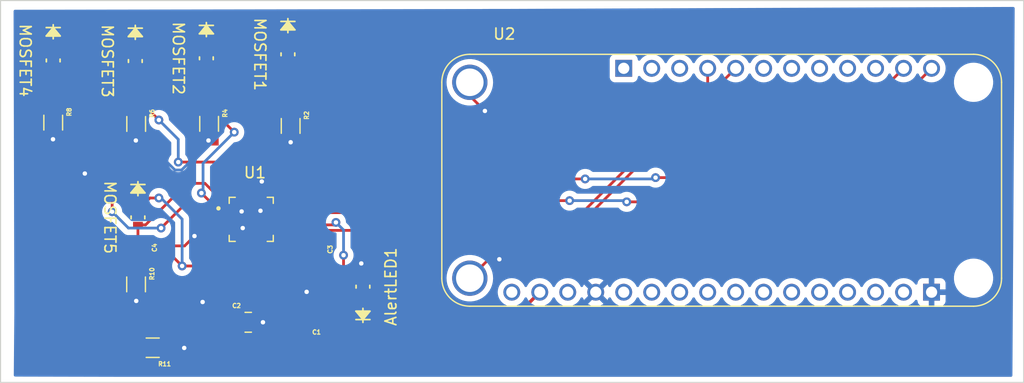
<source format=kicad_pcb>
(kicad_pcb (version 20211014) (generator pcbnew)
  (layers (0 "F.Cu" signal) (31 "B.Cu" signal) (34 "B.Paste" user) (35 "F.Paste" user) (36 "B.SilkS" user "B.Silkscreen") (37 "F.SilkS" user "F.Silkscreen") (38 "B.Mask" user) (39 "F.Mask" user) (44 "Edge.Cuts" user))
  (net 0 "")
  (net 1 "Net-(AlertLED1-Pad1)")
  (net 2 "/LEDOUT")
  (net 3 "/V_ref")
  (net 4 "/Vin1")
  (net 5 "/Vin4")
  (net 6 "/Vin2")
  (net 7 "/Vin5")
  (net 8 "/Vin3")
  (net 9 "Net-(C1-Pad1)")
  (net 10 "GNDS")
  (net 11 "+3V3")
  (net 12 "GNDREF")
  (net 13 "/AS0")
  (net 15 "/AS1")
  (net 16 "/SDA_chip")
  (net 17 "/SCL_chip")
  (footprint "sunsensor:RESC3116X65N" (layer "F.Cu") (at 126.29 93.47 -90)
    (fp_text reference "R2" (at -0.96 -1.45 90) (layer "F.SilkS") (effects (font (size 0.393701 0.393701))))
    (fp_text value "50k_Ohms")
    (fp_line (start -0.67 0.85) (end 0.67 0.85) (layer "F.SilkS") (width 0.127))
    (fp_line (start -0.67 -0.85) (end 0.67 -0.85) (layer "F.SilkS") (width 0.127))
    (pad "1" smd rect locked (at -1.48 0 270) (size 0.97 1.73) (layers "F.Cu" "F.Paste" "F.Mask") (net 4 "/Vin1"))
    (pad "2" smd rect locked (at 1.48 0 270) (size 0.97 1.73) (layers "F.Cu" "F.Paste" "F.Mask") (net 12 "GNDREF"))
  )
  (footprint "sunsensor:CAPC1005X55N" (layer "F.Cu") (at 129 104.373 -90)
    (fp_text reference "C3" (at 0.3 -0.88 90) (layer "F.SilkS") (effects (font (size 0.393701 0.393701))))
    (fp_text value "100 nF")
    (pad "1" smd rect locked (at -0.437 0 270) (size 0.53 0.6) (layers "F.Cu" "F.Paste" "F.Mask") (net 11 "+3V3"))
    (pad "2" smd rect locked (at 0.437 0 270) (size 0.53 0.6) (layers "F.Cu" "F.Paste" "F.Mask") (net 12 "GNDREF"))
  )
  (footprint "sunsensor:LED_77&slash_TR8_EVE" (layer "F.Cu") (at 132.85 108.06 90)
    (fp_text reference "AlertLED1" (at 0 2.54 90 unlocked) (layer "F.SilkS"))
    (fp_text value " ")
    (fp_line (start -2.9845 -0.635) (end -2.9845 0.635) (layer "F.SilkS") (width 0.1524))
    (fp_line (start -2.9845 0) (end -2.2225 0.508) (layer "F.SilkS") (width 0.1524))
    (fp_line (start -2.9845 0) (end -2.2225 -0.508) (layer "F.SilkS") (width 0.1524))
    (fp_line (start -2.9845 0) (end -2.2225 0.381) (layer "F.SilkS") (width 0.1524))
    (fp_line (start -2.9845 0) (end -2.2225 0.635) (layer "F.SilkS") (width 0.1524))
    (fp_line (start -1.9685 0) (end -3.2385 0) (layer "F.SilkS") (width 0.1524))
    (fp_line (start -2.9845 0) (end -2.2225 -0.381) (layer "F.SilkS") (width 0.1524))
    (fp_line (start -2.9845 0) (end -2.2225 -0.127) (layer "F.SilkS") (width 0.1524))
    (fp_line (start -2.9845 0) (end -2.2225 -0.254) (layer "F.SilkS") (width 0.1524))
    (fp_line (start -2.9845 0) (end -2.2225 -0.635) (layer "F.SilkS") (width 0.1524))
    (fp_line (start 0.118747 -0.6223) (end -0.118747 -0.6223) (layer "F.SilkS") (width 0.1524))
    (fp_line (start -0.118747 0.6223) (end 0.118747 0.6223) (layer "F.SilkS") (width 0.1524))
    (fp_line (start -2.9845 0) (end -2.2225 0.127) (layer "F.SilkS") (width 0.1524))
    (fp_line (start -2.2225 -0.635) (end -2.2225 0.635) (layer "F.SilkS") (width 0.1524))
    (fp_line (start -2.9845 0) (end -2.2225 0.254) (layer "F.SilkS") (width 0.1524))
    (pad "1" smd rect (at -0.67625 0 90) (size 0.5525 0.889) (layers "F.Cu" "F.Paste" "F.Mask") (net 1 "Net-(AlertLED1-Pad1)"))
    (pad "2" smd rect (at 0.676242 0.000001 90) (size 0.5525 0.889) (layers "F.Cu" "F.Paste" "F.Mask") (net 2 "/LEDOUT"))
  )
  (footprint "sunsensor:RESC3116X65N" (layer "F.Cu") (at 112.26 107.85 -90)
    (fp_text reference "R10" (at -0.96 -1.45 90) (layer "F.SilkS") (effects (font (size 0.393701 0.393701))))
    (fp_text value "50k_Ohms")
    (fp_line (start -0.67 -0.85) (end 0.67 -0.85) (layer "F.SilkS") (width 0.127))
    (fp_line (start -0.67 0.85) (end 0.67 0.85) (layer "F.SilkS") (width 0.127))
    (pad "1" smd rect locked (at -1.48 0 270) (size 0.97 1.73) (layers "F.Cu" "F.Paste" "F.Mask") (net 8 "/Vin3"))
    (pad "2" smd rect locked (at 1.48 0 270) (size 0.97 1.73) (layers "F.Cu" "F.Paste" "F.Mask") (net 12 "GNDREF"))
  )
  (footprint "sunsensor:LED_77&slash_TR8_EVE" (layer "F.Cu") (at 112.43 101.77 -90)
    (fp_text reference "MOSFET5" (at 0 2.54 -90 unlocked) (layer "F.SilkS"))
    (fp_text value "ALS-PT19")
    (fp_line (start -2.9845 0) (end -2.2225 0.254) (layer "F.SilkS") (width 0.1524))
    (fp_line (start -2.9845 0) (end -2.2225 -0.635) (layer "F.SilkS") (width 0.1524))
    (fp_line (start -2.9845 0) (end -2.2225 0.635) (layer "F.SilkS") (width 0.1524))
    (fp_line (start -0.118747 0.6223) (end 0.118747 0.6223) (layer "F.SilkS") (width 0.1524))
    (fp_line (start -2.9845 0) (end -2.2225 -0.127) (layer "F.SilkS") (width 0.1524))
    (fp_line (start -2.9845 0) (end -2.2225 -0.381) (layer "F.SilkS") (width 0.1524))
    (fp_line (start -2.9845 0) (end -2.2225 -0.254) (layer "F.SilkS") (width 0.1524))
    (fp_line (start -2.9845 0) (end -2.2225 -0.508) (layer "F.SilkS") (width 0.1524))
    (fp_line (start -1.9685 0) (end -3.2385 0) (layer "F.SilkS") (width 0.1524))
    (fp_line (start -2.9845 0) (end -2.2225 0.127) (layer "F.SilkS") (width 0.1524))
    (fp_line (start -2.9845 -0.635) (end -2.9845 0.635) (layer "F.SilkS") (width 0.1524))
    (fp_line (start 0.118747 -0.6223) (end -0.118747 -0.6223) (layer "F.SilkS") (width 0.1524))
    (fp_line (start -2.9845 0) (end -2.2225 0.381) (layer "F.SilkS") (width 0.1524))
    (fp_line (start -2.2225 -0.635) (end -2.2225 0.635) (layer "F.SilkS") (width 0.1524))
    (fp_line (start -2.9845 0) (end -2.2225 0.508) (layer "F.SilkS") (width 0.1524))
    (pad "1" smd rect (at -0.67625 0 270) (size 0.5525 0.889) (layers "F.Cu" "F.Paste" "F.Mask") (net 3 "/V_ref"))
    (pad "2" smd rect (at 0.67625 0 270) (size 0.5525 0.889) (layers "F.Cu" "F.Paste" "F.Mask") (net 8 "/Vin3"))
  )
  (footprint "sunsensor:LED_77&slash_TR8_EVE" (layer "F.Cu") (at 126.04 86.97 -90)
    (fp_text reference "MOSFET1" (at 0 2.54 -90 unlocked) (layer "F.SilkS"))
    (fp_text value "ALS-PT19")
    (fp_line (start -2.9845 0) (end -2.2225 -0.381) (layer "F.SilkS") (width 0.1524))
    (fp_line (start -0.118747 0.6223) (end 0.118747 0.6223) (layer "F.SilkS") (width 0.1524))
    (fp_line (start -2.9845 0) (end -2.2225 0.508) (layer "F.SilkS") (width 0.1524))
    (fp_line (start -2.9845 0) (end -2.2225 0.254) (layer "F.SilkS") (width 0.1524))
    (fp_line (start -2.9845 0) (end -2.2225 -0.508) (layer "F.SilkS") (width 0.1524))
    (fp_line (start -2.9845 0) (end -2.2225 0.127) (layer "F.SilkS") (width 0.1524))
    (fp_line (start -2.9845 0) (end -2.2225 -0.127) (layer "F.SilkS") (width 0.1524))
    (fp_line (start -2.9845 -0.635) (end -2.9845 0.635) (layer "F.SilkS") (width 0.1524))
    (fp_line (start -1.9685 0) (end -3.2385 0) (layer "F.SilkS") (width 0.1524))
    (fp_line (start -2.9845 0) (end -2.2225 0.381) (layer "F.SilkS") (width 0.1524))
    (fp_line (start -2.9845 0) (end -2.2225 0.635) (layer "F.SilkS") (width 0.1524))
    (fp_line (start -2.2225 -0.635) (end -2.2225 0.635) (layer "F.SilkS") (width 0.1524))
    (fp_line (start -2.9845 0) (end -2.2225 -0.254) (layer "F.SilkS") (width 0.1524))
    (fp_line (start 0.118747 -0.6223) (end -0.118747 -0.6223) (layer "F.SilkS") (width 0.1524))
    (fp_line (start -2.9845 0) (end -2.2225 -0.635) (layer "F.SilkS") (width 0.1524))
    (pad "1" smd rect (at -0.67625 0 270) (size 0.5525 0.889) (layers "F.Cu" "F.Paste" "F.Mask") (net 3 "/V_ref"))
    (pad "2" smd rect (at 0.67625 0 270) (size 0.5525 0.889) (layers "F.Cu" "F.Paste" "F.Mask") (net 4 "/Vin1"))
  )
  (footprint "sunsensor:CAPC3216X190N" (layer "F.Cu") (at 122.439989 111.289998)
    (fp_text reference "C2" (at -1.06 -1.5) (layer "F.SilkS") (effects (font (size 0.393701 0.393701))))
    (fp_text value "100 µF")
    (fp_line (start -0.29 -0.9) (end 0.29 -0.9) (layer "F.SilkS") (width 0.127))
    (fp_line (start -0.29 0.9) (end 0.29 0.9) (layer "F.SilkS") (width 0.127))
    (pad "1" smd rect locked (at -1.336 0) (size 1.44 1.82) (layers "F.Cu" "F.Paste" "F.Mask") (net 11 "+3V3"))
    (pad "2" smd rect locked (at 1.336 0) (size 1.44 1.82) (layers "F.Cu" "F.Paste" "F.Mask") (net 12 "GNDREF"))
  )
  (footprint "sunsensor:RESC3216X75N" (layer "F.Cu") (at 113.77 113.6 180)
    (fp_text reference "R11" (at -1.08 -1.48) (layer "F.SilkS") (effects (font (size 0.393701 0.393701))))
    (fp_text value "1k_ohms")
    (fp_line (start -0.59 0.88) (end 0.59 0.88) (layer "F.SilkS") (width 0.127))
    (fp_line (start -0.59 -0.88) (end 0.59 -0.88) (layer "F.SilkS") (width 0.127))
    (pad "1" smd rect locked (at -1.494 0 180) (size 1.17 1.77) (layers "F.Cu" "F.Paste" "F.Mask") (net 2 "/LEDOUT"))
    (pad "2" smd rect locked (at 1.494 0 180) (size 1.17 1.77) (layers "F.Cu" "F.Paste" "F.Mask") (net 12 "GNDREF"))
  )
  (footprint "sunsensor:RESC3116X65N" (layer "F.Cu") (at 112.27 93.29 -90)
    (fp_text reference "R6" (at -0.96 -1.45 90) (layer "F.SilkS") (effects (font (size 0.393701 0.393701))))
    (fp_text value "50k_Ohms")
    (fp_line (start -0.67 -0.85) (end 0.67 -0.85) (layer "F.SilkS") (width 0.127))
    (fp_line (start -0.67 0.85) (end 0.67 0.85) (layer "F.SilkS") (width 0.127))
    (pad "1" smd rect locked (at -1.48 0 270) (size 0.97 1.73) (layers "F.Cu" "F.Paste" "F.Mask") (net 6 "/Vin2"))
    (pad "2" smd rect locked (at 1.48 0 270) (size 0.97 1.73) (layers "F.Cu" "F.Paste" "F.Mask") (net 12 "GNDREF"))
  )
  (footprint "sunsensor:QFN50P400X400X100-21N" (layer "F.Cu") (at 122.7125 101.95)
    (fp_text reference "U1" (at 0.335 -4.24) (layer "F.SilkS"))
    (fp_text value "AD7291BCPZ")
    (fp_line (start 2 -2) (end 1.45 -2) (layer "F.SilkS") (width 0.127))
    (fp_line (start -2 -2) (end -2 -1.45) (layer "F.SilkS") (width 0.127))
    (fp_line (start -2 -2) (end -1.45 -2) (layer "F.SilkS") (width 0.127))
    (fp_line (start 2 -2) (end 2 -1.45) (layer "F.SilkS") (width 0.127))
    (fp_line (start 2 2) (end 1.45 2) (layer "F.SilkS") (width 0.127))
    (fp_line (start -2 2) (end -1.45 2) (layer "F.SilkS") (width 0.127))
    (fp_line (start -2 2) (end -2 1.45) (layer "F.SilkS") (width 0.127))
    (fp_line (start 2 2) (end 2 1.45) (layer "F.SilkS") (width 0.127))
    (fp_circle (center -2.975 -1) (end -2.875 -1) (layer "F.SilkS") (width 0.2) (fill none))
    (pad "1" smd roundrect locked (at -1.935 -1) (size 0.84 0.26) (layers "F.Cu" "F.Paste" "F.Mask") (roundrect_rratio 0.03) (net 8 "/Vin3"))
    (pad "2" smd roundrect locked (at -1.935 -0.5) (size 0.84 0.26) (layers "F.Cu" "F.Paste" "F.Mask") (roundrect_rratio 0.03) (net 5 "/Vin4"))
    (pad "3" smd roundrect locked (at -1.935 0) (size 0.84 0.26) (layers "F.Cu" "F.Paste" "F.Mask") (roundrect_rratio 0.03) (net 7 "/Vin5"))
    (pad "4" smd roundrect locked (at -1.935 0.5) (size 0.84 0.26) (layers "F.Cu" "F.Paste" "F.Mask") (roundrect_rratio 0.03) (net 10 "GNDS"))
    (pad "5" smd roundrect locked (at -1.935 1) (size 0.84 0.26) (layers "F.Cu" "F.Paste" "F.Mask") (roundrect_rratio 0.03) (net 10 "GNDS"))
    (pad "6" smd roundrect locked (at -1 1.935 90) (size 0.84 0.26) (layers "F.Cu" "F.Paste" "F.Mask") (roundrect_rratio 0.03) (net 10 "GNDS"))
    (pad "7" smd roundrect locked (at -0.5 1.935 90) (size 0.84 0.26) (layers "F.Cu" "F.Paste" "F.Mask") (roundrect_rratio 0.03) (net 3 "/V_ref"))
    (pad "8" smd roundrect locked (at 0 1.935 90) (size 0.84 0.26) (layers "F.Cu" "F.Paste" "F.Mask") (roundrect_rratio 0.03) (net 9 "Net-(C1-Pad1)"))
    (pad "9" smd roundrect locked (at 0.5 1.935 90) (size 0.84 0.26) (layers "F.Cu" "F.Paste" "F.Mask") (roundrect_rratio 0.03) (net 12 "GNDREF"))
    (pad "10" smd roundrect locked (at 1 1.935 90) (size 0.84 0.26) (layers "F.Cu" "F.Paste" "F.Mask") (roundrect_rratio 0.03) (net 11 "+3V3"))
    (pad "11" smd roundrect locked (at 1.935 1) (size 0.84 0.26) (layers "F.Cu" "F.Paste" "F.Mask") (roundrect_rratio 0.03) (net 13 "/AS0"))
    (pad "12" smd roundrect locked (at 1.935 0.5) (size 0.84 0.26) (layers "F.Cu" "F.Paste" "F.Mask") (roundrect_rratio 0.03) (net 1 "Net-(AlertLED1-Pad1)"))
    (pad "13" smd roundrect locked (at 1.935 0) (size 0.84 0.26) (layers "F.Cu" "F.Paste" "F.Mask") (roundrect_rratio 0.03) (net 15 "/AS1"))
    (pad "14" smd roundrect locked (at 1.935 -0.5) (size 0.84 0.26) (layers "F.Cu" "F.Paste" "F.Mask") (roundrect_rratio 0.03) (net 16 "/SDA_chip"))
    (pad "15" smd roundrect locked (at 1.935 -1) (size 0.84 0.26) (layers "F.Cu" "F.Paste" "F.Mask") (roundrect_rratio 0.03) (net 17 "/SCL_chip"))
    (pad "16" smd roundrect locked (at 1 -1.935 90) (size 0.84 0.26) (layers "F.Cu" "F.Paste" "F.Mask") (roundrect_rratio 0.03) (net 11 "+3V3"))
    (pad "17" smd roundrect locked (at 0.5 -1.935 90) (size 0.84 0.26) (layers "F.Cu" "F.Paste" "F.Mask") (roundrect_rratio 0.03))
    (pad "18" smd roundrect locked (at 0 -1.935 90) (size 0.84 0.26) (layers "F.Cu" "F.Paste" "F.Mask") (roundrect_rratio 0.03) (net 10 "GNDS"))
    (pad "19" smd roundrect locked (at -0.5 -1.935 90) (size 0.84 0.26) (layers "F.Cu" "F.Paste" "F.Mask") (roundrect_rratio 0.03) (net 4 "/Vin1"))
    (pad "20" smd roundrect locked (at -1 -1.935 90) (size 0.84 0.26) (layers "F.Cu" "F.Paste" "F.Mask") (roundrect_rratio 0.03) (net 6 "/Vin2"))
    (pad "21" smd rect locked (at 0 0) (size 2.7 2.7) (layers "F.Cu" "F.Mask"))
  )
  (footprint "sunsensor:LED_77&slash_TR8_EVE" (layer "F.Cu") (at 112.19 87.58 -90)
    (fp_text reference "MOSFET3" (at 0 2.54 -90 unlocked) (layer "F.SilkS"))
    (fp_text value "ALS-PT19")
    (fp_line (start -2.9845 0) (end -2.2225 -0.127) (layer "F.SilkS") (width 0.1524))
    (fp_line (start -2.9845 0) (end -2.2225 0.508) (layer "F.SilkS") (width 0.1524))
    (fp_line (start -2.9845 0) (end -2.2225 0.635) (layer "F.SilkS") (width 0.1524))
    (fp_line (start -2.9845 0) (end -2.2225 0.254) (layer "F.SilkS") (width 0.1524))
    (fp_line (start -2.2225 -0.635) (end -2.2225 0.635) (layer "F.SilkS") (width 0.1524))
    (fp_line (start -0.118747 0.6223) (end 0.118747 0.6223) (layer "F.SilkS") (width 0.1524))
    (fp_line (start -2.9845 -0.635) (end -2.9845 0.635) (layer "F.SilkS") (width 0.1524))
    (fp_line (start -2.9845 0) (end -2.2225 -0.635) (layer "F.SilkS") (width 0.1524))
    (fp_line (start -1.9685 0) (end -3.2385 0) (layer "F.SilkS") (width 0.1524))
    (fp_line (start 0.118747 -0.6223) (end -0.118747 -0.6223) (layer "F.SilkS") (width 0.1524))
    (fp_line (start -2.9845 0) (end -2.2225 -0.508) (layer "F.SilkS") (width 0.1524))
    (fp_line (start -2.9845 0) (end -2.2225 -0.254) (layer "F.SilkS") (width 0.1524))
    (fp_line (start -2.9845 0) (end -2.2225 0.381) (layer "F.SilkS") (width 0.1524))
    (fp_line (start -2.9845 0) (end -2.2225 -0.381) (layer "F.SilkS") (width 0.1524))
    (fp_line (start -2.9845 0) (end -2.2225 0.127) (layer "F.SilkS") (width 0.1524))
    (pad "1" smd rect (at -0.67625 0 270) (size 0.5525 0.889) (layers "F.Cu" "F.Paste" "F.Mask") (net 3 "/V_ref"))
    (pad "2" smd rect (at 0.67625 0 270) (size 0.5525 0.889) (layers "F.Cu" "F.Paste" "F.Mask") (net 6 "/Vin2"))
  )
  (footprint "sunsensor:LED_77&slash_TR8_EVE" (layer "F.Cu") (at 104.74 87.52625 -90)
    (fp_text reference "MOSFET4" (at 0 2.54 -90 unlocked) (layer "F.SilkS"))
    (fp_text value "ALS-PT19")
    (fp_line (start -2.9845 0) (end -2.2225 -0.127) (layer "F.SilkS") (width 0.1524))
    (fp_line (start -2.9845 0) (end -2.2225 -0.254) (layer "F.SilkS") (width 0.1524))
    (fp_line (start -2.9845 0) (end -2.2225 -0.508) (layer "F.SilkS") (width 0.1524))
    (fp_line (start 0.118747 -0.6223) (end -0.118747 -0.6223) (layer "F.SilkS") (width 0.1524))
    (fp_line (start -2.9845 0) (end -2.2225 0.381) (layer "F.SilkS") (width 0.1524))
    (fp_line (start -2.9845 0) (end -2.2225 -0.635) (layer "F.SilkS") (width 0.1524))
    (fp_line (start -2.9845 0) (end -2.2225 0.635) (layer "F.SilkS") (width 0.1524))
    (fp_line (start -2.9845 0) (end -2.2225 0.254) (layer "F.SilkS") (width 0.1524))
    (fp_line (start -2.2225 -0.635) (end -2.2225 0.635) (layer "F.SilkS") (width 0.1524))
    (fp_line (start -2.9845 0) (end -2.2225 0.508) (layer "F.SilkS") (width 0.1524))
    (fp_line (start -2.9845 -0.635) (end -2.9845 0.635) (layer "F.SilkS") (width 0.1524))
    (fp_line (start -2.9845 0) (end -2.2225 -0.381) (layer "F.SilkS") (width 0.1524))
    (fp_line (start -2.9845 0) (end -2.2225 0.127) (layer "F.SilkS") (width 0.1524))
    (fp_line (start -1.9685 0) (end -3.2385 0) (layer "F.SilkS") (width 0.1524))
    (fp_line (start -0.118747 0.6223) (end 0.118747 0.6223) (layer "F.SilkS") (width 0.1524))
    (pad "1" smd rect (at -0.67625 0 270) (size 0.5525 0.889) (layers "F.Cu" "F.Paste" "F.Mask") (net 3 "/V_ref"))
    (pad "2" smd rect (at 0.67625 0 270) (size 0.5525 0.889) (layers "F.Cu" "F.Paste" "F.Mask") (net 7 "/Vin5"))
  )
  (footprint "sunsensor:CAPC1005X60N" (layer "F.Cu") (at 128.93 111.29 180)
    (fp_text reference "C1" (at 0.29 -0.9 180) (layer "F.SilkS") (effects (font (size 0.393701 0.393701))))
    (fp_text value "1 µF")
    (pad "1" smd rect locked (at -0.435 0 180) (size 0.56 0.63) (layers "F.Cu" "F.Paste" "F.Mask") (net 9 "Net-(C1-Pad1)"))
    (pad "2" smd rect locked (at 0.435 0 180) (size 0.56 0.63) (layers "F.Cu" "F.Paste" "F.Mask") (net 12 "GNDREF"))
  )
  (footprint "sunsensor:MODULE_FEATHER_M0_BASIC_PROTO" (layer "F.Cu") (at 165.41 98.4)
    (fp_text reference "U2" (at -19.725 -13.275) (layer "F.SilkS"))
    (fp_text value "FEATHER_M0_BASIC_PROTO")
    (fp_line (start -25.4 8.89) (end -25.4 -8.89) (layer "F.SilkS") (width 0.127))
    (fp_line (start 22.86 11.43) (end -22.86 11.43) (layer "F.SilkS") (width 0.127))
    (fp_line (start -22.86 -11.43) (end 22.86 -11.43) (layer "F.SilkS") (width 0.127))
    (fp_line (start 25.4 -8.89) (end 25.4 8.89) (layer "F.SilkS") (width 0.127))
    (fp_arc (start -22.86 11.43) (mid -24.656051 10.686051) (end -25.4 8.89) (layer "F.SilkS") (width 0.127))
    (fp_arc (start -25.4 -8.89) (mid -24.656051 -10.686051) (end -22.86 -11.43) (layer "F.SilkS") (width 0.127))
    (fp_arc (start 25.4 8.89) (mid 24.656051 10.686051) (end 22.86 11.43) (layer "F.SilkS") (width 0.127))
    (fp_arc (start 22.86 -11.43) (mid 24.656051 -10.686051) (end 25.4 -8.89) (layer "F.SilkS") (width 0.127))
    (pad "" np_thru_hole circle locked (at 22.86 -8.89) (size 2.54 2.54) (drill 2.54) (layers *.Cu *.Mask))
    (pad "" np_thru_hole circle locked (at 22.86 8.89) (size 2.54 2.54) (drill 2.54) (layers *.Cu *.Mask))
    (pad "P$1" thru_hole circle locked (at -22.86 -8.89) (size 3.2 3.2) (drill 2.5) (layers *.Cu *.Mask))
    (pad "P$2" thru_hole circle locked (at -22.86 8.89) (size 3.2 3.2) (drill 2.5) (layers *.Cu *.Mask))
    (pad "P1_1" thru_hole rect locked (at 19.05 10.16) (size 1.53 1.53) (drill 1.02) (layers *.Cu *.Mask) (net 12 "GNDREF"))
    (pad "P1_2" thru_hole circle locked (at 16.51 10.16) (size 1.53 1.53) (drill 1.02) (layers *.Cu *.Mask))
    (pad "P1_3" thru_hole circle locked (at 13.97 10.16) (size 1.53 1.53) (drill 1.02) (layers *.Cu *.Mask))
    (pad "P1_4" thru_hole circle locked (at 11.43 10.16) (size 1.53 1.53) (drill 1.02) (layers *.Cu *.Mask))
    (pad "P1_5" thru_hole circle locked (at 8.89 10.16) (size 1.53 1.53) (drill 1.02) (layers *.Cu *.Mask))
    (pad "P1_6" thru_hole circle locked (at 6.35 10.16) (size 1.53 1.53) (drill 1.02) (layers *.Cu *.Mask))
    (pad "P1_7" thru_hole circle locked (at 3.81 10.16) (size 1.53 1.53) (drill 1.02) (layers *.Cu *.Mask))
    (pad "P1_8" thru_hole circle locked (at 1.27 10.16) (size 1.53 1.53) (drill 1.02) (layers *.Cu *.Mask))
    (pad "P1_9" thru_hole circle locked (at -1.27 10.16) (size 1.53 1.53) (drill 1.02) (layers *.Cu *.Mask))
    (pad "P1_10" thru_hole circle locked (at -3.81 10.16) (size 1.53 1.53) (drill 1.02) (layers *.Cu *.Mask))
    (pad "P1_11" thru_hole circle locked (at -6.35 10.16) (size 1.53 1.53) (drill 1.02) (layers *.Cu *.Mask))
    (pad "P1_12" thru_hole circle locked (at -8.89 10.16) (size 1.53 1.53) (drill 1.02) (layers *.Cu *.Mask))
    (pad "P1_13" thru_hole circle locked (at -11.43 10.16) (size 1.53 1.53) (drill 1.02) (layers *.Cu *.Mask) (net 12 "GNDREF"))
    (pad "P1_14" thru_hole circle locked (at -13.97 10.16) (size 1.53 1.53) (drill 1.02) (layers *.Cu *.Mask))
    (pad "P1_15" thru_hole circle locked (at -16.51 10.16) (size 1.53 1.53) (drill 1.02) (layers *.Cu *.Mask) (net 11 "+3V3"))
    (pad "P1_16" thru_hole circle locked (at -19.05 10.16) (size 1.53 1.53) (drill 1.02) (layers *.Cu *.Mask))
    (pad "P2_1" thru_hole rect locked (at -8.89 -10.16) (size 1.53 1.53) (drill 1.02) (layers *.Cu *.Mask))
    (pad "P2_2" thru_hole circle locked (at -6.35 -10.16) (size 1.53 1.53) (drill 1.02) (layers *.Cu *.Mask))
    (pad "P2_3" thru_hole circle locked (at -3.81 -10.16) (size 1.53 1.53) (drill 1.02) (layers *.Cu *.Mask))
    (pad "P2_4" thru_hole circle locked (at -1.27 -10.16) (size 1.53 1.53) (drill 1.02) (layers *.Cu *.Mask) (net 15 "/AS1"))
    (pad "P2_5" thru_hole circle locked (at 1.27 -10.16) (size 1.53 1.53) (drill 1.02) (layers *.Cu *.Mask) (net 13 "/AS0"))
    (pad "P2_6" thru_hole circle locked (at 3.81 -10.16) (size 1.53 1.53) (drill 1.02) (layers *.Cu *.Mask))
    (pad "P2_7" thru_hole circle locked (at 6.35 -10.16) (size 1.53 1.53) (drill 1.02) (layers *.Cu *.Mask))
    (pad "P2_8" thru_hole circle locked (at 8.89 -10.16) (size 1.53 1.53) (drill 1.02) (layers *.Cu *.Mask))
    (pad "P2_9" thru_hole circle locked (at 11.43 -10.16) (size 1.53 1.53) (drill 1.02) (layers *.Cu *.Mask))
    (pad "P2_10" thru_hole circle locked (at 13.97 -10.16) (size 1.53 1.53) (drill 1.02) (layers *.Cu *.Mask))
    (pad "P2_11" thru_hole circle locked (at 16.51 -10.16) (size 1.53 1.53) (drill 1.02) (layers *.Cu *.Mask) (net 17 "/SCL_chip"))
    (pad "P2_12" thru_hole circle locked (at 19.05 -10.16) (size 1.53 1.53) (drill 1.02) (layers *.Cu *.Mask) (net 16 "/SDA_chip"))
  )
  (footprint "sunsensor:RESC3116X65N" (layer "F.Cu") (at 104.74 93.17 -90)
    (fp_text reference "R8" (at -0.96 -1.45 90) (layer "F.SilkS") (effects (font (size 0.393701 0.393701))))
    (fp_text value "50k_Ohms")
    (fp_line (start -0.67 0.85) (end 0.67 0.85) (layer "F.SilkS") (width 0.127))
    (fp_line (start -0.67 -0.85) (end 0.67 -0.85) (layer "F.SilkS") (width 0.127))
    (pad "1" smd rect locked (at -1.48 0 270) (size 0.97 1.73) (layers "F.Cu" "F.Paste" "F.Mask") (net 7 "/Vin5"))
    (pad "2" smd rect locked (at 1.48 0 270) (size 0.97 1.73) (layers "F.Cu" "F.Paste" "F.Mask") (net 12 "GNDREF"))
  )
  (footprint "sunsensor:LED_77&slash_TR8_EVE" (layer "F.Cu") (at 118.64 87.33 -90)
    (fp_text reference "MOSFET2" (at 0 2.54 -90 unlocked) (layer "F.SilkS"))
    (fp_text value "ALS-PT19")
    (fp_line (start -2.9845 0) (end -2.2225 -0.508) (layer "F.SilkS") (width 0.1524))
    (fp_line (start -2.9845 0) (end -2.2225 0.635) (layer "F.SilkS") (width 0.1524))
    (fp_line (start -2.2225 -0.635) (end -2.2225 0.635) (layer "F.SilkS") (width 0.1524))
    (fp_line (start -2.9845 0) (end -2.2225 -0.381) (layer "F.SilkS") (width 0.1524))
    (fp_line (start -2.9845 0) (end -2.2225 0.381) (layer "F.SilkS") (width 0.1524))
    (fp_line (start -2.9845 0) (end -2.2225 0.254) (layer "F.SilkS") (width 0.1524))
    (fp_line (start -2.9845 0) (end -2.2225 0.127) (layer "F.SilkS") (width 0.1524))
    (fp_line (start -1.9685 0) (end -3.2385 0) (layer "F.SilkS") (width 0.1524))
    (fp_line (start -0.118747 0.6223) (end 0.118747 0.6223) (layer "F.SilkS") (width 0.1524))
    (fp_line (start -2.9845 0) (end -2.2225 0.508) (layer "F.SilkS") (width 0.1524))
    (fp_line (start -2.9845 0) (end -2.2225 -0.127) (layer "F.SilkS") (width 0.1524))
    (fp_line (start -2.9845 0) (end -2.2225 -0.254) (layer "F.SilkS") (width 0.1524))
    (fp_line (start -2.9845 -0.635) (end -2.9845 0.635) (layer "F.SilkS") (width 0.1524))
    (fp_line (start 0.118747 -0.6223) (end -0.118747 -0.6223) (layer "F.SilkS") (width 0.1524))
    (fp_line (start -2.9845 0) (end -2.2225 -0.635) (layer "F.SilkS") (width 0.1524))
    (pad "1" smd rect (at -0.67625 0 270) (size 0.5525 0.889) (layers "F.Cu" "F.Paste" "F.Mask") (net 3 "/V_ref"))
    (pad "2" smd rect (at 0.67625 0 270) (size 0.5525 0.889) (layers "F.Cu" "F.Paste" "F.Mask") (net 5 "/Vin4"))
  )
  (footprint "sunsensor:RESC3116X65N" (layer "F.Cu") (at 118.89 93.28 -90)
    (fp_text reference "R4" (at -0.96 -1.45 90) (layer "F.SilkS") (effects (font (size 0.393701 0.393701))))
    (fp_text value "50k_Ohms")
    (fp_line (start -0.67 0.85) (end 0.67 0.85) (layer "F.SilkS") (width 0.127))
    (fp_line (start -0.67 -0.85) (end 0.67 -0.85) (layer "F.SilkS") (width 0.127))
    (pad "1" smd rect locked (at -1.48 0 270) (size 0.97 1.73) (layers "F.Cu" "F.Paste" "F.Mask") (net 5 "/Vin4"))
    (pad "2" smd rect locked (at 1.48 0 270) (size 0.97 1.73) (layers "F.Cu" "F.Paste" "F.Mask") (net 12 "GNDREF"))
  )
  (footprint "sunsensor:CAPC1005X71N" (layer "F.Cu") (at 114.87 104.78 90)
    (fp_text reference "C4" (at 0.26 -0.93 90) (layer "F.SilkS") (effects (font (size 0.393701 0.393701))))
    (fp_text value "10 µF")
    (pad "1" smd rect locked (at -0.425 0 90) (size 0.62 0.67) (layers "F.Cu" "F.Paste" "F.Mask") (net 3 "/V_ref"))
    (pad "2" smd rect locked (at 0.425 0 90) (size 0.62 0.67) (layers "F.Cu" "F.Paste" "F.Mask") (net 10 "GNDS"))
  )
  (gr_rect (start 99.96 82.09) (end 192.82 116.75) (layer "Edge.Cuts") (width 0.1) (fill none))
  (segment (start 131.09 107.67075) (end 132.1555 108.73625) (width 0.25) (layer "F.Cu") (net 1))
  (segment (start 124.6475 102.45) (end 130.1755 102.45) (width 0.25) (layer "F.Cu") (net 1))
  (segment (start 132.1555 108.73625) (end 132.85 108.73625) (width 0.25) (layer "F.Cu") (net 1))
  (segment (start 130.1755 102.45) (end 130.4 102.2255) (width 0.25) (layer "F.Cu") (net 1))
  (segment (start 131.09 105.2) (end 131.09 107.67075) (width 0.25) (layer "F.Cu") (net 1))
  (via (at 130.4 102.2255) (size 0.8) (drill 0.4) (layers "F.Cu" "B.Cu") (net 1))
  (via (at 131.09 105.2) (size 0.8) (drill 0.4) (layers "F.Cu" "B.Cu") (net 1))
  (segment (start 130.4 102.2255) (end 131.09 102.9155) (width 0.25) (layer "B.Cu") (net 1))
  (segment (start 131.09 102.9155) (end 131.09 105.2) (width 0.25) (layer "B.Cu") (net 1))
  (segment (start 115.264 113.6) (end 116.61 113.6) (width 0.25) (layer "F.Cu") (net 2))
  (segment (start 132.7 105.95) (end 132.7 107.233757) (width 0.25) (layer "F.Cu") (net 2))
  (segment (start 116.61 113.6) (end 116.63 113.62) (width 0.25) (layer "F.Cu") (net 2))
  (segment (start 132.7 107.233757) (end 132.850001 107.383758) (width 0.25) (layer "F.Cu") (net 2))
  (via (at 132.7 105.95) (size 0.8) (drill 0.4) (layers "F.Cu" "B.Cu") (net 2))
  (via (at 116.63 113.62) (size 0.8) (drill 0.4) (layers "F.Cu" "B.Cu") (net 2))
  (segment (start 116.63 113.62) (end 125.03 113.62) (width 0.25) (layer "B.Cu") (net 2))
  (segment (start 125.03 113.62) (end 132.7 105.95) (width 0.25) (layer "B.Cu") (net 2))
  (segment (start 120.421871 106.18) (end 116.44 106.18) (width 0.25) (layer "F.Cu") (net 3))
  (segment (start 110.53952 99.20327) (end 112.43 101.09375) (width 0.25) (layer "F.Cu") (net 3))
  (segment (start 118.095746 86.90375) (end 112.19 86.90375) (width 0.25) (layer "F.Cu") (net 3))
  (segment (start 118.64 86.65375) (end 119 86.29375) (width 0.25) (layer "F.Cu") (net 3))
  (segment (start 110.53952 88.42952) (end 110.53952 99.20327) (width 0.25) (layer "F.Cu") (net 3))
  (segment (start 108.96 86.85) (end 110.53952 88.42952) (width 0.25) (layer "F.Cu") (net 3))
  (segment (start 118.64 86.65375) (end 118.345746 86.65375) (width 0.25) (layer "F.Cu") (net 3))
  (segment (start 112.13625 86.85) (end 112.19 86.90375) (width 0.25) (layer "F.Cu") (net 3))
  (segment (start 108.96 86.85) (end 112.13625 86.85) (width 0.25) (layer "F.Cu") (net 3))
  (segment (start 122.2125 104.389371) (end 120.421871 106.18) (width 0.25) (layer "F.Cu") (net 3))
  (segment (start 104.74 86.85) (end 108.96 86.85) (width 0.25) (layer "F.Cu") (net 3))
  (segment (start 118.345746 86.65375) (end 118.095746 86.90375) (width 0.25) (layer "F.Cu") (net 3))
  (segment (start 122.2125 103.885) (end 122.2125 104.389371) (width 0.25) (layer "F.Cu") (net 3))
  (segment (start 114.87 105.205) (end 115.465 105.205) (width 0.25) (layer "F.Cu") (net 3))
  (segment (start 119 86.29375) (end 126.04 86.29375) (width 0.25) (layer "F.Cu") (net 3))
  (segment (start 114.33 100.01) (end 113.51375 100.01) (width 0.25) (layer "F.Cu") (net 3))
  (segment (start 115.465 105.205) (end 116.44 106.18) (width 0.25) (layer "F.Cu") (net 3))
  (segment (start 113.51375 100.01) (end 112.43 101.09375) (width 0.25) (layer "F.Cu") (net 3))
  (via (at 116.44 106.18) (size 0.8) (drill 0.4) (layers "F.Cu" "B.Cu") (net 3))
  (via (at 114.33 100.01) (size 0.8) (drill 0.4) (layers "F.Cu" "B.Cu") (net 3))
  (segment (start 116.44 106.18) (end 116.44 101.93) (width 0.25) (layer "B.Cu") (net 3))
  (segment (start 114.52 100.01) (end 114.33 100.01) (width 0.25) (layer "B.Cu") (net 3))
  (segment (start 116.44 101.93) (end 114.55 100.04) (width 0.25) (layer "B.Cu") (net 3))
  (segment (start 114.55 100.04) (end 114.52 100.01) (width 0.25) (layer "B.Cu") (net 3))
  (segment (start 126.04 87.64625) (end 126.04 91.74) (width 0.25) (layer "F.Cu") (net 4))
  (segment (start 126.04 91.74) (end 126.29 91.99) (width 0.25) (layer "F.Cu") (net 4))
  (segment (start 122.2125 96.0675) (end 126.29 91.99) (width 0.25) (layer "F.Cu") (net 4))
  (segment (start 122.2125 100.015) (end 122.2125 96.0675) (width 0.25) (layer "F.Cu") (net 4))
  (segment (start 118.9345 91.8) (end 118.89 91.8) (width 0.25) (layer "F.Cu") (net 5))
  (segment (start 118.64 88.00625) (end 118.64 91.55) (width 0.25) (layer "F.Cu") (net 5))
  (segment (start 120.08 101.45) (end 120.7775 101.45) (width 0.25) (layer "F.Cu") (net 5))
  (segment (start 118.64 91.55) (end 118.89 91.8) (width 0.25) (layer "F.Cu") (net 5))
  (segment (start 118.19 99.56) (end 120.08 101.45) (width 0.25) (layer "F.Cu") (net 5))
  (segment (start 121.17 94.0355) (end 118.9345 91.8) (width 0.25) (layer "F.Cu") (net 5))
  (via (at 118.19 99.56) (size 0.8) (drill 0.4) (layers "F.Cu" "B.Cu") (net 5))
  (via (at 121.17 94.0355) (size 0.8) (drill 0.4) (layers "F.Cu" "B.Cu") (net 5))
  (segment (start 118.19 99.56) (end 118.34 99.41) (width 0.25) (layer "B.Cu") (net 5))
  (segment (start 118.34 99.41) (end 118.34 96.8655) (width 0.25) (layer "B.Cu") (net 5))
  (segment (start 118.34 96.8655) (end 121.17 94.0355) (width 0.25) (layer "B.Cu") (net 5))
  (segment (start 121.7125 100.015) (end 121.7125 97.2325) (width 0.25) (layer "F.Cu") (net 6))
  (segment (start 113.21 91.81) (end 112.27 91.81) (width 0.25) (layer "F.Cu") (net 6))
  (segment (start 112.19 88.25625) (end 112.19 91.73) (width 0.25) (layer "F.Cu") (net 6))
  (segment (start 114.33 92.93) (end 113.21 91.81) (width 0.25) (layer "F.Cu") (net 6))
  (segment (start 112.19 91.73) (end 112.27 91.81) (width 0.25) (layer "F.Cu") (net 6))
  (segment (start 121.23 96.75) (end 116.09 96.75) (width 0.25) (layer "F.Cu") (net 6))
  (segment (start 121.7125 97.2325) (end 121.23 96.75) (width 0.25) (layer "F.Cu") (net 6))
  (via (at 114.33 92.93) (size 0.8) (drill 0.4) (layers "F.Cu" "B.Cu") (net 6))
  (via (at 116.09 96.75) (size 0.8) (drill 0.4) (layers "F.Cu" "B.Cu") (net 6))
  (segment (start 116.09 94.69) (end 114.33 92.93) (width 0.25) (layer "B.Cu") (net 6))
  (segment (start 116.09 96.75) (end 116.09 94.69) (width 0.25) (layer "B.Cu") (net 6))
  (segment (start 119.944282 101.95) (end 118.714282 100.72) (width 0.25) (layer "F.Cu") (net 7))
  (segment (start 116.55 100.72) (end 114.53 102.74) (width 0.25) (layer "F.Cu") (net 7))
  (segment (start 110.09 97.04) (end 104.74 91.69) (width 0.25) (layer "F.Cu") (net 7))
  (segment (start 118.714282 100.72) (end 116.55 100.72) (width 0.25) (layer "F.Cu") (net 7))
  (segment (start 120.7775 101.95) (end 119.944282 101.95) (width 0.25) (layer "F.Cu") (net 7))
  (segment (start 110.09 101.26) (end 110.09 97.04) (width 0.25) (layer "F.Cu") (net 7))
  (segment (start 104.74 88.2025) (end 104.74 91.69) (width 0.25) (layer "F.Cu") (net 7))
  (via (at 114.53 102.74) (size 0.8) (drill 0.4) (layers "F.Cu" "B.Cu") (net 7))
  (via (at 110.09 101.26) (size 0.8) (drill 0.4) (layers "F.Cu" "B.Cu") (net 7))
  (segment (start 110.09 101.26) (end 111.57 102.74) (width 0.25) (layer "B.Cu") (net 7))
  (segment (start 111.57 102.74) (end 114.53 102.74) (width 0.25) (layer "B.Cu") (net 7))
  (segment (start 116.89075 98.68) (end 113.1245 102.44625) (width 0.25) (layer "F.Cu") (net 8))
  (segment (start 120.7775 100.95) (end 118.5075 98.68) (width 0.25) (layer "F.Cu") (net 8))
  (segment (start 112.43 106.2) (end 112.26 106.37) (width 0.25) (layer "F.Cu") (net 8))
  (segment (start 113.1245 102.44625) (end 112.43 102.44625) (width 0.25) (layer "F.Cu") (net 8))
  (segment (start 112.43 102.44625) (end 112.43 106.2) (width 0.25) (layer "F.Cu") (net 8))
  (segment (start 118.5075 98.68) (end 116.89075 98.68) (width 0.25) (layer "F.Cu") (net 8))
  (segment (start 129.105 110.465) (end 128.652411 110.465) (width 0.25) (layer "F.Cu") (net 9))
  (segment (start 122.7125 104.525089) (end 122.7125 103.885) (width 0.25) (layer "F.Cu") (net 9))
  (segment (start 129.365 110.725) (end 129.105 110.465) (width 0.25) (layer "F.Cu") (net 9))
  (segment (start 128.652411 110.465) (end 122.7125 104.525089) (width 0.25) (layer "F.Cu") (net 9))
  (segment (start 129.365 111.29) (end 129.365 110.725) (width 0.25) (layer "F.Cu") (net 9))
  (segment (start 117.56 103.4645) (end 117.9805 103.885) (width 0.25) (layer "F.Cu") (net 10))
  (segment (start 123.67 98.553129) (end 122.7125 99.510629) (width 0.25) (layer "F.Cu") (net 10))
  (segment (start 117.56 103.4645) (end 117.56 102.83) (width 0.25) (layer "F.Cu") (net 10))
  (segment (start 122.7125 99.510629) (end 122.7125 100.015) (width 0.25) (layer "F.Cu") (net 10))
  (segment (start 120.7775 102.95) (end 118.0745 102.95) (width 0.25) (layer "F.Cu") (net 10))
  (segment (start 123.67 98.51) (end 123.67 98.553129) (width 0.25) (layer "F.Cu") (net 10))
  (segment (start 117.94 102.45) (end 120.7775 102.45) (width 0.25) (layer "F.Cu") (net 10))
  (segment (start 116.6695 104.355) (end 117.559988 103.464512) (width 0.25) (layer "F.Cu") (net 10))
  (segment (start 118.0745 102.95) (end 117.56 103.4645) (width 0.25) (layer "F.Cu") (net 10))
  (segment (start 117.9805 103.885) (end 121.7125 103.885) (width 0.25) (layer "F.Cu") (net 10))
  (segment (start 117.56 102.83) (end 117.94 102.45) (width 0.25) (layer "F.Cu") (net 10))
  (segment (start 114.87 104.355) (end 116.6695 104.355) (width 0.25) (layer "F.Cu") (net 10))
  (segment (start 117.56 103.4645) (end 117.5655 103.47) (width 0.25) (layer "B.Cu") (net 10))
  (segment (start 129.97 111.929022) (end 129.97 104.17) (width 0.3048) (layer "F.Cu") (net 11))
  (segment (start 129.374513 112.524509) (end 129.97 111.929022) (width 0.3048) (layer "F.Cu") (net 11))
  (segment (start 122.3385 112.524509) (end 129.374513 112.524509) (width 0.3048) (layer "F.Cu") (net 11))
  (segment (start 129.97 111.929022) (end 145.530978 111.929022) (width 0.3048) (layer "F.Cu") (net 11))
  (segment (start 129.685009 103.885009) (end 123.712503 103.885009) (width 0.3048) (layer "F.Cu") (net 11))
  (segment (start 129.97 104.17) (end 129.685 103.885) (width 0.3048) (layer "F.Cu") (net 11))
  (segment (start 145.530978 111.929022) (end 148.9 108.56) (width 0.3048) (layer "F.Cu") (net 11))
  (segment (start 121.103989 111.289998) (end 122.3385 112.524509) (width 0.3048) (layer "F.Cu") (net 11))
  (segment (start 142.55 90.74) (end 143.92 92.11) (width 0.25) (layer "F.Cu") (net 12))
  (segment (start 118.88 94.77) (end 118.89 94.76) (width 0.25) (layer "F.Cu") (net 12))
  (segment (start 127.741006 108.528996) (end 127.352125 108.528996) (width 0.25) (layer "F.Cu") (net 12))
  (segment (start 144.27 105.57) (end 145.23 105.57) (width 0.25) (layer "F.Cu") (net 12))
  (segment (start 142.55 89.51) (end 142.55 90.74) (width 0.25) (layer "F.Cu") (net 12))
  (segment (start 112.276 113.6) (end 112.276 109.354) (width 0.25) (layer "F.Cu") (net 12))
  (segment (start 127.741006 108.528996) (end 127.741006 106.068994) (width 0.25) (layer "F.Cu") (net 12))
  (segment (start 123.775991 111.29) (end 123.775989 111.289998) (width 0.25) (layer "F.Cu") (net 12))
  (segment (start 123.16702 103.93048) (end 123.16702 104.343891) (width 0.25) (layer "F.Cu") (net 12))
  (segment (start 128.495 111.29) (end 123.775991 111.29) (width 0.25) (layer "F.Cu") (net 12))
  (segment (start 142.55 107.29) (end 144.27 105.57) (width 0.25) (layer "F.Cu") (net 12))
  (segment (start 123.16702 104.343891) (end 123.16702 103.87) (width 0.25) (layer "F.Cu") (net 12))
  (segment (start 127.741006 106.068994) (end 129 104.81) (width 0.25) (layer "F.Cu") (net 12))
  (segment (start 112.276 109.354) (end 112.276 109.346) (width 0.25) (layer "F.Cu") (net 12))
  (segment (start 112.276 109.346) (end 112.26 109.33) (width 0.25) (layer "F.Cu") (net 12))
  (segment (start 127.352125 108.528996) (end 123.16702 104.343891) (width 0.25) (layer "F.Cu") (net 12))
  (segment (start 123.2125 103.885) (end 123.16702 103.93048) (width 0.25) (layer "F.Cu") (net 12))
  (segment (start 123.2125 103.289669) (end 123.2125 103.885) (width 0.25) (layer "F.Cu") (net 12))
  (via (at 123.670009 98.509988) (size 0.8) (drill 0.4) (layers "F.Cu" "B.Cu") (net 12))
  (via (at 123.55 101.17) (size 0.8) (drill 0.4) (layers "F.Cu" "B.Cu") (net 12))
  (via (at 121.94 102.74) (size 0.8) (drill 0.4) (layers "F.Cu" "B.Cu") (net 12))
  (via (at 123.775989 111.289998) (size 0.8) (drill 0.4) (layers "F.Cu" "B.Cu") (net 12))
  (via (at 118.3 109.45) (size 0.8) (drill 0.4) (layers "F.Cu" "B.Cu") (net 12))
  (via (at 126.29 94.95) (size 0.8) (drill 0.4) (layers "F.Cu" "B.Cu") (net 12))
  (via (at 118.83 94.79) (size 0.8) (drill 0.4) (layers "F.Cu" "B.Cu") (net 12))
  (via (at 104.72 94.68) (size 0.8) (drill 0.4) (layers "F.Cu" "B.Cu") (net 12))
  (via (at 112.276 109.354) (size 0.8) (drill 0.4) (layers "F.Cu" "B.Cu") (net 12))
  (via (at 117.559988 103.464512) (size 0.8) (drill 0.4) (layers "F.Cu" "B.Cu") (net 12))
  (via (at 112.24 94.79) (size 0.8) (drill 0.4) (layers "F.Cu" "B.Cu") (net 12))
  (via (at 107.61 97.79) (size 0.8) (drill 0.4) (layers "F.Cu" "B.Cu") (net 12))
  (via (at 127.741006 108.528996) (size 0.8) (drill 0.4) (layers "F.Cu" "B.Cu") (net 12))
  (via (at 143.92 92.11) (size 0.8) (drill 0.4) (layers "F.Cu" "B.Cu") (net 12))
  (via (at 121.84 101.23) (size 0.8) (drill 0.4) (layers "F.Cu" "B.Cu") (net 12))
  (via (at 145.23 105.57) (size 0.8) (drill 0.4) (layers "F.Cu" "B.Cu") (net 12))
  (segment (start 107.61 97.79) (end 110.61 94.79) (width 0.25) (layer "B.Cu") (net 12))
  (segment (start 114.565386 96.25) (end 115.789897 97.474511) (width 0.25) (layer "B.Cu") (net 12))
  (segment (start 126.29 98.43) (end 123.55 101.17) (width 0.25) (layer "B.Cu") (net 12))
  (segment (start 121.94 105.81) (end 118.3 109.45) (width 0.25) (layer "B.Cu") (net 12))
  (segment (start 111.59 96.25) (end 114.565386 96.25) (width 0.25) (layer "B.Cu") (net 12))
  (segment (start 119.86 109.48) (end 118.33 109.48) (width 0.25) (layer "B.Cu") (net 12))
  (segment (start 107.61 97.79) (end 110.05 97.79) (width 0.25) (layer "B.Cu") (net 12))
  (segment (start 126.29 94.95) (end 126.29 98.43) (width 0.25) (layer "B.Cu") (net 12))
  (segment (start 118.3 104.52) (end 118.3 109.45) (width 0.25) (layer "B.Cu") (net 12))
  (segment (start 107.61 97.57) (end 104.72 94.68) (width 0.25) (layer "B.Cu") (net 12))
  (segment (start 121.94 102.74) (end 121.94 105.81) (width 0.25) (layer "B.Cu") (net 12))
  (segment (start 123.55 101.17) (end 123.55 105.79) (width 0.25) (layer "B.Cu") (net 12))
  (segment (start 110.61 94.79) (end 112.24 94.79) (width 0.25) (layer "B.Cu") (net 12))
  (segment (start 118.33 109.48) (end 118.3 109.45) (width 0.25) (layer "B.Cu") (net 12))
  (segment (start 121.59 101.23) (end 118.3 104.52) (width 0.25) (layer "B.Cu") (net 12))
  (segment (start 116.390103 97.474511) (end 118.83 95.034614) (width 0.25) (layer "B.Cu") (net 12))
  (segment (start 121.84 101.23) (end 121.59 101.23) (width 0.25) (layer "B.Cu") (net 12))
  (segment (start 110.05 97.79) (end 111.59 96.25) (width 0.25) (layer "B.Cu") (net 12))
  (segment (start 118.83 95.034614) (end 118.83 94.79) (width 0.25) (layer "B.Cu") (net 12))
  (segment (start 115.789897 97.474511) (end 116.390103 97.474511) (width 0.25) (layer "B.Cu") (net 12))
  (segment (start 107.61 97.79) (end 107.61 97.57) (width 0.25) (layer "B.Cu") (net 12))
  (segment (start 123.55 105.79) (end 119.86 109.48) (width 0.25) (layer "B.Cu") (net 12))
  (segment (start 124.6475 102.95) (end 151.97 102.95) (width 0.25) (layer "F.Cu") (net 13))
  (segment (start 151.97 102.95) (end 166.68 88.24) (width 0.25) (layer "F.Cu") (net 13))
  (segment (start 124.6475 101.95) (end 127.83 101.95) (width 0.25) (layer "F.Cu") (net 15))
  (segment (start 164.14 89.96) (end 164.14 88.24) (width 0.25) (layer "F.Cu") (net 15))
  (segment (start 152.76 101.34) (end 164.14 89.96) (width 0.25) (layer "F.Cu") (net 15))
  (segment (start 128.44 101.34) (end 152.76 101.34) (width 0.25) (layer "F.Cu") (net 15))
  (segment (start 127.83 101.95) (end 128.44 101.34) (width 0.25) (layer "F.Cu") (net 15))
  (segment (start 172.34 100.36) (end 184.46 88.24) (width 0.25) (layer "F.Cu") (net 16))
  (segment (start 156.79 100.36) (end 172.34 100.36) (width 0.25) (layer "F.Cu") (net 16))
  (segment (start 128.894282 100.25) (end 151.61 100.25) (width 0.25) (layer "F.Cu") (net 16))
  (segment (start 124.6475 101.45) (end 127.694282 101.45) (width 0.25) (layer "F.Cu") (net 16))
  (segment (start 127.694282 101.45) (end 128.894282 100.25) (width 0.25) (layer "F.Cu") (net 16))
  (via (at 156.79 100.36) (size 0.8) (drill 0.4) (layers "F.Cu" "B.Cu") (net 16))
  (via (at 151.61 100.25) (size 0.8) (drill 0.4) (layers "F.Cu" "B.Cu") (net 16))
  (segment (start 151.61 100.25) (end 156.68 100.25) (width 0.25) (layer "B.Cu") (net 16))
  (segment (start 156.68 100.25) (end 156.79 100.36) (width 0.25) (layer "B.Cu") (net 16))
  (segment (start 129.97 98.28) (end 153.02 98.28) (width 0.25) (layer "F.Cu") (net 17))
  (segment (start 172 98.16) (end 181.92 88.24) (width 0.25) (layer "F.Cu") (net 17))
  (segment (start 124.6475 100.95) (end 127.3 100.95) (width 0.25) (layer "F.Cu") (net 17))
  (segment (start 159.41 98.16) (end 172 98.16) (width 0.25) (layer "F.Cu") (net 17))
  (segment (start 127.3 100.95) (end 128.71 99.54) (width 0.25) (layer "F.Cu") (net 17))
  (segment (start 128.71 99.54) (end 129.97 98.28) (width 0.25) (layer "F.Cu") (net 17))
  (via (at 159.41 98.16) (size 0.8) (drill 0.4) (layers "F.Cu" "B.Cu") (net 17))
  (via (at 153.02 98.28) (size 0.8) (drill 0.4) (layers "F.Cu" "B.Cu") (net 17))
  (segment (start 153.02 98.28) (end 159.29 98.28) (width 0.25) (layer "B.Cu") (net 17))
  (segment (start 159.29 98.28) (end 159.41 98.16) (width 0.25) (layer "B.Cu") (net 17))
  (zone (net 12) (net_name "GNDREF") (layer "B.Cu") (connect_pads (clearance 0.508)) (min_thickness 0.254) (fill yes (thermal_gap 0.508) (thermal_bridge_width 0.508))
    (polygon (pts (xy 191.794485 116.419024) (xy 101.16 116.22) (xy 101.21 110.44) (xy 101.142869 82.926184) (xy 143.665307 82.859175) (xy 143.742438 82.852991) (xy 146.08 82.85) (xy 192.004485 82.669024)))
  )
)
</source>
